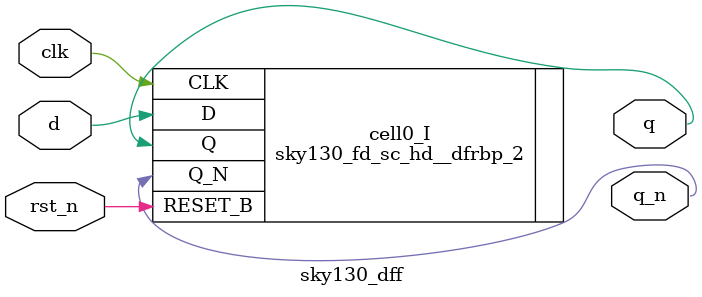
<source format=v>
`default_nettype none

module sky130_dff (
	input  wire d,
	output wire q,
	output wire q_n,
	input  wire clk,
	input  wire rst_n
);

	sky130_fd_sc_hd__dfrbp_2 cell0_I (
`ifdef WITH_POWER
		.VPWR (1'b1),
		.VGND (1'b0),
		.VPB  (1'b1),
		.VNB  (1'b0),
`endif
		.D       (d),
		.Q       (q),
		.Q_N     (q_n),
		.CLK     (clk),
		.RESET_B (rst_n)
	);

endmodule
</source>
